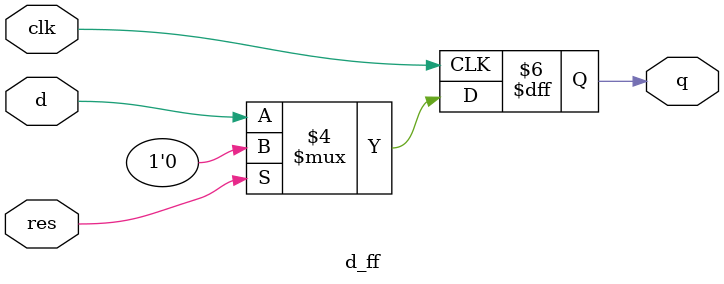
<source format=v>

module d_ff(clk,res,d,q);
 input clk,res,d;
 output reg q;
 always @(posedge clk) begin
   if (res==1) q<=0;
   else q<=d;
   end
 endmodule

 

</source>
